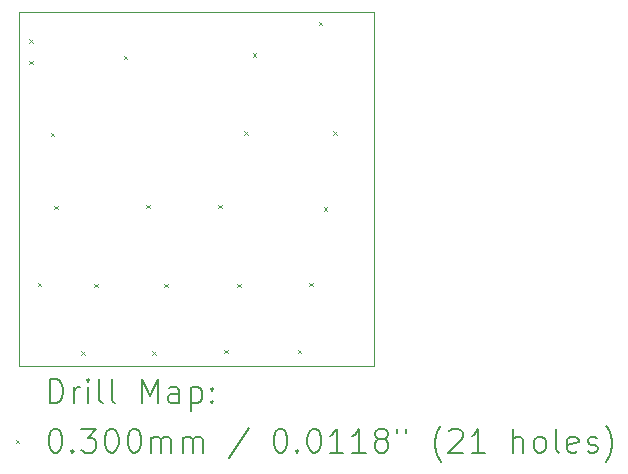
<source format=gbr>
%TF.GenerationSoftware,KiCad,Pcbnew,8.0.1*%
%TF.CreationDate,2024-05-20T20:51:33+02:00*%
%TF.ProjectId,microled-square,6d696372-6f6c-4656-942d-737175617265,rev?*%
%TF.SameCoordinates,Original*%
%TF.FileFunction,Drillmap*%
%TF.FilePolarity,Positive*%
%FSLAX45Y45*%
G04 Gerber Fmt 4.5, Leading zero omitted, Abs format (unit mm)*
G04 Created by KiCad (PCBNEW 8.0.1) date 2024-05-20 20:51:33*
%MOMM*%
%LPD*%
G01*
G04 APERTURE LIST*
%ADD10C,0.050000*%
%ADD11C,0.200000*%
%ADD12C,0.100000*%
G04 APERTURE END LIST*
D10*
X2350000Y-2150000D02*
X5350000Y-2150000D01*
X5350000Y-5150000D01*
X2350000Y-5150000D01*
X2350000Y-2150000D01*
D11*
D12*
X2435000Y-2385000D02*
X2465000Y-2415000D01*
X2465000Y-2385000D02*
X2435000Y-2415000D01*
X2435000Y-2565000D02*
X2465000Y-2595000D01*
X2465000Y-2565000D02*
X2435000Y-2595000D01*
X2505000Y-4445000D02*
X2535000Y-4475000D01*
X2535000Y-4445000D02*
X2505000Y-4475000D01*
X2615000Y-3175000D02*
X2645000Y-3205000D01*
X2645000Y-3175000D02*
X2615000Y-3205000D01*
X2645000Y-3795000D02*
X2675000Y-3825000D01*
X2675000Y-3795000D02*
X2645000Y-3825000D01*
X2875000Y-5025000D02*
X2905000Y-5055000D01*
X2905000Y-5025000D02*
X2875000Y-5055000D01*
X2985000Y-4455000D02*
X3015000Y-4485000D01*
X3015000Y-4455000D02*
X2985000Y-4485000D01*
X3235000Y-2525000D02*
X3265000Y-2555000D01*
X3265000Y-2525000D02*
X3235000Y-2555000D01*
X3425000Y-3785000D02*
X3455000Y-3815000D01*
X3455000Y-3785000D02*
X3425000Y-3815000D01*
X3475000Y-5025000D02*
X3505000Y-5055000D01*
X3505000Y-5025000D02*
X3475000Y-5055000D01*
X3575000Y-4455000D02*
X3605000Y-4485000D01*
X3605000Y-4455000D02*
X3575000Y-4485000D01*
X4035000Y-3785000D02*
X4065000Y-3815000D01*
X4065000Y-3785000D02*
X4035000Y-3815000D01*
X4085000Y-5015000D02*
X4115000Y-5045000D01*
X4115000Y-5015000D02*
X4085000Y-5045000D01*
X4195000Y-4455000D02*
X4225000Y-4485000D01*
X4225000Y-4455000D02*
X4195000Y-4485000D01*
X4255000Y-3165000D02*
X4285000Y-3195000D01*
X4285000Y-3165000D02*
X4255000Y-3195000D01*
X4325000Y-2505000D02*
X4355000Y-2535000D01*
X4355000Y-2505000D02*
X4325000Y-2535000D01*
X4705000Y-5015000D02*
X4735000Y-5045000D01*
X4735000Y-5015000D02*
X4705000Y-5045000D01*
X4805000Y-4445000D02*
X4835000Y-4475000D01*
X4835000Y-4445000D02*
X4805000Y-4475000D01*
X4885000Y-2235000D02*
X4915000Y-2265000D01*
X4915000Y-2235000D02*
X4885000Y-2265000D01*
X4925000Y-3805000D02*
X4955000Y-3835000D01*
X4955000Y-3805000D02*
X4925000Y-3835000D01*
X5005000Y-3165000D02*
X5035000Y-3195000D01*
X5035000Y-3165000D02*
X5005000Y-3195000D01*
D11*
X2608277Y-5463984D02*
X2608277Y-5263984D01*
X2608277Y-5263984D02*
X2655896Y-5263984D01*
X2655896Y-5263984D02*
X2684467Y-5273508D01*
X2684467Y-5273508D02*
X2703515Y-5292555D01*
X2703515Y-5292555D02*
X2713039Y-5311603D01*
X2713039Y-5311603D02*
X2722563Y-5349698D01*
X2722563Y-5349698D02*
X2722563Y-5378270D01*
X2722563Y-5378270D02*
X2713039Y-5416365D01*
X2713039Y-5416365D02*
X2703515Y-5435412D01*
X2703515Y-5435412D02*
X2684467Y-5454460D01*
X2684467Y-5454460D02*
X2655896Y-5463984D01*
X2655896Y-5463984D02*
X2608277Y-5463984D01*
X2808277Y-5463984D02*
X2808277Y-5330650D01*
X2808277Y-5368746D02*
X2817801Y-5349698D01*
X2817801Y-5349698D02*
X2827324Y-5340174D01*
X2827324Y-5340174D02*
X2846372Y-5330650D01*
X2846372Y-5330650D02*
X2865420Y-5330650D01*
X2932086Y-5463984D02*
X2932086Y-5330650D01*
X2932086Y-5263984D02*
X2922562Y-5273508D01*
X2922562Y-5273508D02*
X2932086Y-5283031D01*
X2932086Y-5283031D02*
X2941610Y-5273508D01*
X2941610Y-5273508D02*
X2932086Y-5263984D01*
X2932086Y-5263984D02*
X2932086Y-5283031D01*
X3055896Y-5463984D02*
X3036848Y-5454460D01*
X3036848Y-5454460D02*
X3027324Y-5435412D01*
X3027324Y-5435412D02*
X3027324Y-5263984D01*
X3160658Y-5463984D02*
X3141610Y-5454460D01*
X3141610Y-5454460D02*
X3132086Y-5435412D01*
X3132086Y-5435412D02*
X3132086Y-5263984D01*
X3389229Y-5463984D02*
X3389229Y-5263984D01*
X3389229Y-5263984D02*
X3455896Y-5406841D01*
X3455896Y-5406841D02*
X3522562Y-5263984D01*
X3522562Y-5263984D02*
X3522562Y-5463984D01*
X3703515Y-5463984D02*
X3703515Y-5359222D01*
X3703515Y-5359222D02*
X3693991Y-5340174D01*
X3693991Y-5340174D02*
X3674943Y-5330650D01*
X3674943Y-5330650D02*
X3636848Y-5330650D01*
X3636848Y-5330650D02*
X3617801Y-5340174D01*
X3703515Y-5454460D02*
X3684467Y-5463984D01*
X3684467Y-5463984D02*
X3636848Y-5463984D01*
X3636848Y-5463984D02*
X3617801Y-5454460D01*
X3617801Y-5454460D02*
X3608277Y-5435412D01*
X3608277Y-5435412D02*
X3608277Y-5416365D01*
X3608277Y-5416365D02*
X3617801Y-5397317D01*
X3617801Y-5397317D02*
X3636848Y-5387793D01*
X3636848Y-5387793D02*
X3684467Y-5387793D01*
X3684467Y-5387793D02*
X3703515Y-5378270D01*
X3798753Y-5330650D02*
X3798753Y-5530650D01*
X3798753Y-5340174D02*
X3817801Y-5330650D01*
X3817801Y-5330650D02*
X3855896Y-5330650D01*
X3855896Y-5330650D02*
X3874943Y-5340174D01*
X3874943Y-5340174D02*
X3884467Y-5349698D01*
X3884467Y-5349698D02*
X3893991Y-5368746D01*
X3893991Y-5368746D02*
X3893991Y-5425889D01*
X3893991Y-5425889D02*
X3884467Y-5444936D01*
X3884467Y-5444936D02*
X3874943Y-5454460D01*
X3874943Y-5454460D02*
X3855896Y-5463984D01*
X3855896Y-5463984D02*
X3817801Y-5463984D01*
X3817801Y-5463984D02*
X3798753Y-5454460D01*
X3979705Y-5444936D02*
X3989229Y-5454460D01*
X3989229Y-5454460D02*
X3979705Y-5463984D01*
X3979705Y-5463984D02*
X3970182Y-5454460D01*
X3970182Y-5454460D02*
X3979705Y-5444936D01*
X3979705Y-5444936D02*
X3979705Y-5463984D01*
X3979705Y-5340174D02*
X3989229Y-5349698D01*
X3989229Y-5349698D02*
X3979705Y-5359222D01*
X3979705Y-5359222D02*
X3970182Y-5349698D01*
X3970182Y-5349698D02*
X3979705Y-5340174D01*
X3979705Y-5340174D02*
X3979705Y-5359222D01*
D12*
X2317500Y-5777500D02*
X2347500Y-5807500D01*
X2347500Y-5777500D02*
X2317500Y-5807500D01*
D11*
X2646372Y-5683984D02*
X2665420Y-5683984D01*
X2665420Y-5683984D02*
X2684467Y-5693508D01*
X2684467Y-5693508D02*
X2693991Y-5703031D01*
X2693991Y-5703031D02*
X2703515Y-5722079D01*
X2703515Y-5722079D02*
X2713039Y-5760174D01*
X2713039Y-5760174D02*
X2713039Y-5807793D01*
X2713039Y-5807793D02*
X2703515Y-5845888D01*
X2703515Y-5845888D02*
X2693991Y-5864936D01*
X2693991Y-5864936D02*
X2684467Y-5874460D01*
X2684467Y-5874460D02*
X2665420Y-5883984D01*
X2665420Y-5883984D02*
X2646372Y-5883984D01*
X2646372Y-5883984D02*
X2627324Y-5874460D01*
X2627324Y-5874460D02*
X2617801Y-5864936D01*
X2617801Y-5864936D02*
X2608277Y-5845888D01*
X2608277Y-5845888D02*
X2598753Y-5807793D01*
X2598753Y-5807793D02*
X2598753Y-5760174D01*
X2598753Y-5760174D02*
X2608277Y-5722079D01*
X2608277Y-5722079D02*
X2617801Y-5703031D01*
X2617801Y-5703031D02*
X2627324Y-5693508D01*
X2627324Y-5693508D02*
X2646372Y-5683984D01*
X2798753Y-5864936D02*
X2808277Y-5874460D01*
X2808277Y-5874460D02*
X2798753Y-5883984D01*
X2798753Y-5883984D02*
X2789229Y-5874460D01*
X2789229Y-5874460D02*
X2798753Y-5864936D01*
X2798753Y-5864936D02*
X2798753Y-5883984D01*
X2874943Y-5683984D02*
X2998753Y-5683984D01*
X2998753Y-5683984D02*
X2932086Y-5760174D01*
X2932086Y-5760174D02*
X2960658Y-5760174D01*
X2960658Y-5760174D02*
X2979705Y-5769698D01*
X2979705Y-5769698D02*
X2989229Y-5779222D01*
X2989229Y-5779222D02*
X2998753Y-5798269D01*
X2998753Y-5798269D02*
X2998753Y-5845888D01*
X2998753Y-5845888D02*
X2989229Y-5864936D01*
X2989229Y-5864936D02*
X2979705Y-5874460D01*
X2979705Y-5874460D02*
X2960658Y-5883984D01*
X2960658Y-5883984D02*
X2903515Y-5883984D01*
X2903515Y-5883984D02*
X2884467Y-5874460D01*
X2884467Y-5874460D02*
X2874943Y-5864936D01*
X3122562Y-5683984D02*
X3141610Y-5683984D01*
X3141610Y-5683984D02*
X3160658Y-5693508D01*
X3160658Y-5693508D02*
X3170182Y-5703031D01*
X3170182Y-5703031D02*
X3179705Y-5722079D01*
X3179705Y-5722079D02*
X3189229Y-5760174D01*
X3189229Y-5760174D02*
X3189229Y-5807793D01*
X3189229Y-5807793D02*
X3179705Y-5845888D01*
X3179705Y-5845888D02*
X3170182Y-5864936D01*
X3170182Y-5864936D02*
X3160658Y-5874460D01*
X3160658Y-5874460D02*
X3141610Y-5883984D01*
X3141610Y-5883984D02*
X3122562Y-5883984D01*
X3122562Y-5883984D02*
X3103515Y-5874460D01*
X3103515Y-5874460D02*
X3093991Y-5864936D01*
X3093991Y-5864936D02*
X3084467Y-5845888D01*
X3084467Y-5845888D02*
X3074943Y-5807793D01*
X3074943Y-5807793D02*
X3074943Y-5760174D01*
X3074943Y-5760174D02*
X3084467Y-5722079D01*
X3084467Y-5722079D02*
X3093991Y-5703031D01*
X3093991Y-5703031D02*
X3103515Y-5693508D01*
X3103515Y-5693508D02*
X3122562Y-5683984D01*
X3313039Y-5683984D02*
X3332086Y-5683984D01*
X3332086Y-5683984D02*
X3351134Y-5693508D01*
X3351134Y-5693508D02*
X3360658Y-5703031D01*
X3360658Y-5703031D02*
X3370182Y-5722079D01*
X3370182Y-5722079D02*
X3379705Y-5760174D01*
X3379705Y-5760174D02*
X3379705Y-5807793D01*
X3379705Y-5807793D02*
X3370182Y-5845888D01*
X3370182Y-5845888D02*
X3360658Y-5864936D01*
X3360658Y-5864936D02*
X3351134Y-5874460D01*
X3351134Y-5874460D02*
X3332086Y-5883984D01*
X3332086Y-5883984D02*
X3313039Y-5883984D01*
X3313039Y-5883984D02*
X3293991Y-5874460D01*
X3293991Y-5874460D02*
X3284467Y-5864936D01*
X3284467Y-5864936D02*
X3274943Y-5845888D01*
X3274943Y-5845888D02*
X3265420Y-5807793D01*
X3265420Y-5807793D02*
X3265420Y-5760174D01*
X3265420Y-5760174D02*
X3274943Y-5722079D01*
X3274943Y-5722079D02*
X3284467Y-5703031D01*
X3284467Y-5703031D02*
X3293991Y-5693508D01*
X3293991Y-5693508D02*
X3313039Y-5683984D01*
X3465420Y-5883984D02*
X3465420Y-5750650D01*
X3465420Y-5769698D02*
X3474943Y-5760174D01*
X3474943Y-5760174D02*
X3493991Y-5750650D01*
X3493991Y-5750650D02*
X3522563Y-5750650D01*
X3522563Y-5750650D02*
X3541610Y-5760174D01*
X3541610Y-5760174D02*
X3551134Y-5779222D01*
X3551134Y-5779222D02*
X3551134Y-5883984D01*
X3551134Y-5779222D02*
X3560658Y-5760174D01*
X3560658Y-5760174D02*
X3579705Y-5750650D01*
X3579705Y-5750650D02*
X3608277Y-5750650D01*
X3608277Y-5750650D02*
X3627324Y-5760174D01*
X3627324Y-5760174D02*
X3636848Y-5779222D01*
X3636848Y-5779222D02*
X3636848Y-5883984D01*
X3732086Y-5883984D02*
X3732086Y-5750650D01*
X3732086Y-5769698D02*
X3741610Y-5760174D01*
X3741610Y-5760174D02*
X3760658Y-5750650D01*
X3760658Y-5750650D02*
X3789229Y-5750650D01*
X3789229Y-5750650D02*
X3808277Y-5760174D01*
X3808277Y-5760174D02*
X3817801Y-5779222D01*
X3817801Y-5779222D02*
X3817801Y-5883984D01*
X3817801Y-5779222D02*
X3827324Y-5760174D01*
X3827324Y-5760174D02*
X3846372Y-5750650D01*
X3846372Y-5750650D02*
X3874943Y-5750650D01*
X3874943Y-5750650D02*
X3893991Y-5760174D01*
X3893991Y-5760174D02*
X3903515Y-5779222D01*
X3903515Y-5779222D02*
X3903515Y-5883984D01*
X4293991Y-5674460D02*
X4122563Y-5931603D01*
X4551134Y-5683984D02*
X4570182Y-5683984D01*
X4570182Y-5683984D02*
X4589229Y-5693508D01*
X4589229Y-5693508D02*
X4598753Y-5703031D01*
X4598753Y-5703031D02*
X4608277Y-5722079D01*
X4608277Y-5722079D02*
X4617801Y-5760174D01*
X4617801Y-5760174D02*
X4617801Y-5807793D01*
X4617801Y-5807793D02*
X4608277Y-5845888D01*
X4608277Y-5845888D02*
X4598753Y-5864936D01*
X4598753Y-5864936D02*
X4589229Y-5874460D01*
X4589229Y-5874460D02*
X4570182Y-5883984D01*
X4570182Y-5883984D02*
X4551134Y-5883984D01*
X4551134Y-5883984D02*
X4532087Y-5874460D01*
X4532087Y-5874460D02*
X4522563Y-5864936D01*
X4522563Y-5864936D02*
X4513039Y-5845888D01*
X4513039Y-5845888D02*
X4503515Y-5807793D01*
X4503515Y-5807793D02*
X4503515Y-5760174D01*
X4503515Y-5760174D02*
X4513039Y-5722079D01*
X4513039Y-5722079D02*
X4522563Y-5703031D01*
X4522563Y-5703031D02*
X4532087Y-5693508D01*
X4532087Y-5693508D02*
X4551134Y-5683984D01*
X4703515Y-5864936D02*
X4713039Y-5874460D01*
X4713039Y-5874460D02*
X4703515Y-5883984D01*
X4703515Y-5883984D02*
X4693991Y-5874460D01*
X4693991Y-5874460D02*
X4703515Y-5864936D01*
X4703515Y-5864936D02*
X4703515Y-5883984D01*
X4836848Y-5683984D02*
X4855896Y-5683984D01*
X4855896Y-5683984D02*
X4874944Y-5693508D01*
X4874944Y-5693508D02*
X4884468Y-5703031D01*
X4884468Y-5703031D02*
X4893991Y-5722079D01*
X4893991Y-5722079D02*
X4903515Y-5760174D01*
X4903515Y-5760174D02*
X4903515Y-5807793D01*
X4903515Y-5807793D02*
X4893991Y-5845888D01*
X4893991Y-5845888D02*
X4884468Y-5864936D01*
X4884468Y-5864936D02*
X4874944Y-5874460D01*
X4874944Y-5874460D02*
X4855896Y-5883984D01*
X4855896Y-5883984D02*
X4836848Y-5883984D01*
X4836848Y-5883984D02*
X4817801Y-5874460D01*
X4817801Y-5874460D02*
X4808277Y-5864936D01*
X4808277Y-5864936D02*
X4798753Y-5845888D01*
X4798753Y-5845888D02*
X4789229Y-5807793D01*
X4789229Y-5807793D02*
X4789229Y-5760174D01*
X4789229Y-5760174D02*
X4798753Y-5722079D01*
X4798753Y-5722079D02*
X4808277Y-5703031D01*
X4808277Y-5703031D02*
X4817801Y-5693508D01*
X4817801Y-5693508D02*
X4836848Y-5683984D01*
X5093991Y-5883984D02*
X4979706Y-5883984D01*
X5036848Y-5883984D02*
X5036848Y-5683984D01*
X5036848Y-5683984D02*
X5017801Y-5712555D01*
X5017801Y-5712555D02*
X4998753Y-5731603D01*
X4998753Y-5731603D02*
X4979706Y-5741127D01*
X5284468Y-5883984D02*
X5170182Y-5883984D01*
X5227325Y-5883984D02*
X5227325Y-5683984D01*
X5227325Y-5683984D02*
X5208277Y-5712555D01*
X5208277Y-5712555D02*
X5189229Y-5731603D01*
X5189229Y-5731603D02*
X5170182Y-5741127D01*
X5398753Y-5769698D02*
X5379706Y-5760174D01*
X5379706Y-5760174D02*
X5370182Y-5750650D01*
X5370182Y-5750650D02*
X5360658Y-5731603D01*
X5360658Y-5731603D02*
X5360658Y-5722079D01*
X5360658Y-5722079D02*
X5370182Y-5703031D01*
X5370182Y-5703031D02*
X5379706Y-5693508D01*
X5379706Y-5693508D02*
X5398753Y-5683984D01*
X5398753Y-5683984D02*
X5436849Y-5683984D01*
X5436849Y-5683984D02*
X5455896Y-5693508D01*
X5455896Y-5693508D02*
X5465420Y-5703031D01*
X5465420Y-5703031D02*
X5474944Y-5722079D01*
X5474944Y-5722079D02*
X5474944Y-5731603D01*
X5474944Y-5731603D02*
X5465420Y-5750650D01*
X5465420Y-5750650D02*
X5455896Y-5760174D01*
X5455896Y-5760174D02*
X5436849Y-5769698D01*
X5436849Y-5769698D02*
X5398753Y-5769698D01*
X5398753Y-5769698D02*
X5379706Y-5779222D01*
X5379706Y-5779222D02*
X5370182Y-5788746D01*
X5370182Y-5788746D02*
X5360658Y-5807793D01*
X5360658Y-5807793D02*
X5360658Y-5845888D01*
X5360658Y-5845888D02*
X5370182Y-5864936D01*
X5370182Y-5864936D02*
X5379706Y-5874460D01*
X5379706Y-5874460D02*
X5398753Y-5883984D01*
X5398753Y-5883984D02*
X5436849Y-5883984D01*
X5436849Y-5883984D02*
X5455896Y-5874460D01*
X5455896Y-5874460D02*
X5465420Y-5864936D01*
X5465420Y-5864936D02*
X5474944Y-5845888D01*
X5474944Y-5845888D02*
X5474944Y-5807793D01*
X5474944Y-5807793D02*
X5465420Y-5788746D01*
X5465420Y-5788746D02*
X5455896Y-5779222D01*
X5455896Y-5779222D02*
X5436849Y-5769698D01*
X5551134Y-5683984D02*
X5551134Y-5722079D01*
X5627325Y-5683984D02*
X5627325Y-5722079D01*
X5922563Y-5960174D02*
X5913039Y-5950650D01*
X5913039Y-5950650D02*
X5893991Y-5922079D01*
X5893991Y-5922079D02*
X5884468Y-5903031D01*
X5884468Y-5903031D02*
X5874944Y-5874460D01*
X5874944Y-5874460D02*
X5865420Y-5826841D01*
X5865420Y-5826841D02*
X5865420Y-5788746D01*
X5865420Y-5788746D02*
X5874944Y-5741127D01*
X5874944Y-5741127D02*
X5884468Y-5712555D01*
X5884468Y-5712555D02*
X5893991Y-5693508D01*
X5893991Y-5693508D02*
X5913039Y-5664936D01*
X5913039Y-5664936D02*
X5922563Y-5655412D01*
X5989229Y-5703031D02*
X5998753Y-5693508D01*
X5998753Y-5693508D02*
X6017801Y-5683984D01*
X6017801Y-5683984D02*
X6065420Y-5683984D01*
X6065420Y-5683984D02*
X6084468Y-5693508D01*
X6084468Y-5693508D02*
X6093991Y-5703031D01*
X6093991Y-5703031D02*
X6103515Y-5722079D01*
X6103515Y-5722079D02*
X6103515Y-5741127D01*
X6103515Y-5741127D02*
X6093991Y-5769698D01*
X6093991Y-5769698D02*
X5979706Y-5883984D01*
X5979706Y-5883984D02*
X6103515Y-5883984D01*
X6293991Y-5883984D02*
X6179706Y-5883984D01*
X6236848Y-5883984D02*
X6236848Y-5683984D01*
X6236848Y-5683984D02*
X6217801Y-5712555D01*
X6217801Y-5712555D02*
X6198753Y-5731603D01*
X6198753Y-5731603D02*
X6179706Y-5741127D01*
X6532087Y-5883984D02*
X6532087Y-5683984D01*
X6617801Y-5883984D02*
X6617801Y-5779222D01*
X6617801Y-5779222D02*
X6608277Y-5760174D01*
X6608277Y-5760174D02*
X6589230Y-5750650D01*
X6589230Y-5750650D02*
X6560658Y-5750650D01*
X6560658Y-5750650D02*
X6541610Y-5760174D01*
X6541610Y-5760174D02*
X6532087Y-5769698D01*
X6741610Y-5883984D02*
X6722563Y-5874460D01*
X6722563Y-5874460D02*
X6713039Y-5864936D01*
X6713039Y-5864936D02*
X6703515Y-5845888D01*
X6703515Y-5845888D02*
X6703515Y-5788746D01*
X6703515Y-5788746D02*
X6713039Y-5769698D01*
X6713039Y-5769698D02*
X6722563Y-5760174D01*
X6722563Y-5760174D02*
X6741610Y-5750650D01*
X6741610Y-5750650D02*
X6770182Y-5750650D01*
X6770182Y-5750650D02*
X6789230Y-5760174D01*
X6789230Y-5760174D02*
X6798753Y-5769698D01*
X6798753Y-5769698D02*
X6808277Y-5788746D01*
X6808277Y-5788746D02*
X6808277Y-5845888D01*
X6808277Y-5845888D02*
X6798753Y-5864936D01*
X6798753Y-5864936D02*
X6789230Y-5874460D01*
X6789230Y-5874460D02*
X6770182Y-5883984D01*
X6770182Y-5883984D02*
X6741610Y-5883984D01*
X6922563Y-5883984D02*
X6903515Y-5874460D01*
X6903515Y-5874460D02*
X6893991Y-5855412D01*
X6893991Y-5855412D02*
X6893991Y-5683984D01*
X7074944Y-5874460D02*
X7055896Y-5883984D01*
X7055896Y-5883984D02*
X7017801Y-5883984D01*
X7017801Y-5883984D02*
X6998753Y-5874460D01*
X6998753Y-5874460D02*
X6989230Y-5855412D01*
X6989230Y-5855412D02*
X6989230Y-5779222D01*
X6989230Y-5779222D02*
X6998753Y-5760174D01*
X6998753Y-5760174D02*
X7017801Y-5750650D01*
X7017801Y-5750650D02*
X7055896Y-5750650D01*
X7055896Y-5750650D02*
X7074944Y-5760174D01*
X7074944Y-5760174D02*
X7084468Y-5779222D01*
X7084468Y-5779222D02*
X7084468Y-5798269D01*
X7084468Y-5798269D02*
X6989230Y-5817317D01*
X7160658Y-5874460D02*
X7179706Y-5883984D01*
X7179706Y-5883984D02*
X7217801Y-5883984D01*
X7217801Y-5883984D02*
X7236849Y-5874460D01*
X7236849Y-5874460D02*
X7246372Y-5855412D01*
X7246372Y-5855412D02*
X7246372Y-5845888D01*
X7246372Y-5845888D02*
X7236849Y-5826841D01*
X7236849Y-5826841D02*
X7217801Y-5817317D01*
X7217801Y-5817317D02*
X7189230Y-5817317D01*
X7189230Y-5817317D02*
X7170182Y-5807793D01*
X7170182Y-5807793D02*
X7160658Y-5788746D01*
X7160658Y-5788746D02*
X7160658Y-5779222D01*
X7160658Y-5779222D02*
X7170182Y-5760174D01*
X7170182Y-5760174D02*
X7189230Y-5750650D01*
X7189230Y-5750650D02*
X7217801Y-5750650D01*
X7217801Y-5750650D02*
X7236849Y-5760174D01*
X7313039Y-5960174D02*
X7322563Y-5950650D01*
X7322563Y-5950650D02*
X7341611Y-5922079D01*
X7341611Y-5922079D02*
X7351134Y-5903031D01*
X7351134Y-5903031D02*
X7360658Y-5874460D01*
X7360658Y-5874460D02*
X7370182Y-5826841D01*
X7370182Y-5826841D02*
X7370182Y-5788746D01*
X7370182Y-5788746D02*
X7360658Y-5741127D01*
X7360658Y-5741127D02*
X7351134Y-5712555D01*
X7351134Y-5712555D02*
X7341611Y-5693508D01*
X7341611Y-5693508D02*
X7322563Y-5664936D01*
X7322563Y-5664936D02*
X7313039Y-5655412D01*
M02*

</source>
